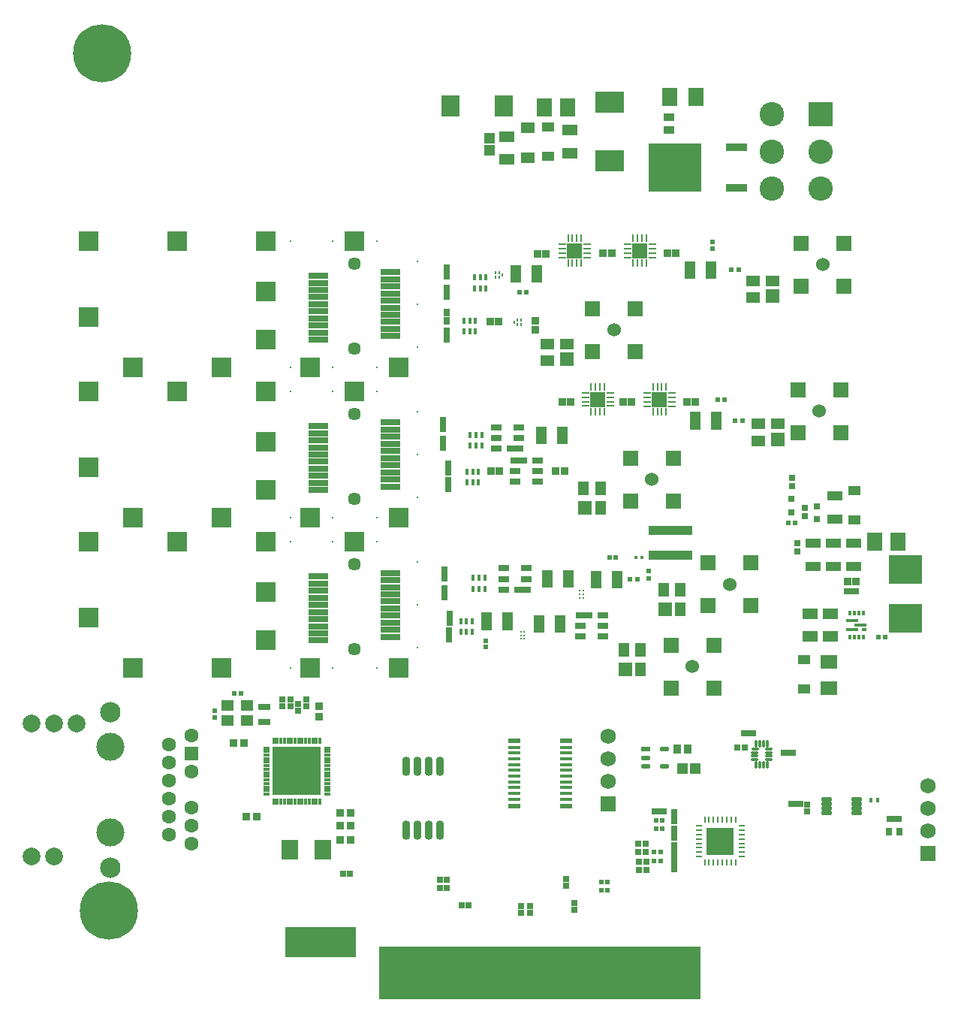
<source format=gts>
G04*
G04 #@! TF.GenerationSoftware,Altium Limited,Altium Designer,24.4.1 (13)*
G04*
G04 Layer_Color=8388736*
%FSLAX44Y44*%
%MOMM*%
G71*
G04*
G04 #@! TF.SameCoordinates,C8449213-8EB4-48FE-A7C1-A76CF94B410D*
G04*
G04*
G04 #@! TF.FilePolarity,Negative*
G04*
G01*
G75*
%ADD15R,1.9558X0.7112*%
%ADD16R,1.1684X0.6858*%
%ADD17R,0.3556X0.7112*%
%ADD22R,1.3500X0.6000*%
%ADD23R,1.3500X0.4000*%
%ADD27R,1.9062X1.5046*%
%ADD28R,1.7062X1.1046*%
%ADD29R,0.6725X0.7154*%
%ADD30R,0.5811X0.5121*%
%ADD31R,0.7000X0.7000*%
%ADD32R,1.7062X1.1546*%
%ADD33R,0.3500X0.6000*%
%ADD34R,1.4000X0.3500*%
%ADD35R,0.6000X0.3500*%
%ADD38R,1.3500X1.1000*%
%ADD39R,0.6725X0.7393*%
%ADD40R,0.8000X0.8000*%
%ADD41R,0.6725X0.6682*%
%ADD43R,1.7780X1.7780*%
%ADD44C,1.5240*%
%ADD45R,0.6153X0.5725*%
%ADD50R,0.2540X0.8128*%
%ADD51R,0.8128X0.2540*%
%ADD54R,0.5121X0.5811*%
%ADD56R,4.9000X1.1000*%
%ADD57R,0.5725X0.6153*%
%ADD58R,0.4541X0.3627*%
%ADD63R,1.9900X2.3300*%
%ADD66R,0.9051X0.9062*%
%ADD69R,1.4000X1.2000*%
%ADD70R,0.5200X0.5200*%
%ADD71R,0.5200X0.5200*%
%ADD72R,0.9062X0.9051*%
%ADD73R,1.8545X2.2860*%
%ADD75R,0.7500X0.9000*%
%ADD76R,0.4000X0.5000*%
%ADD77R,2.4892X0.9398*%
%ADD78R,5.9182X5.5118*%
%ADD80R,1.0383X0.5321*%
G04:AMPARAMS|DCode=81|XSize=1.0383mm|YSize=0.5321mm|CornerRadius=0.2661mm|HoleSize=0mm|Usage=FLASHONLY|Rotation=0.000|XOffset=0mm|YOffset=0mm|HoleType=Round|Shape=RoundedRectangle|*
%AMROUNDEDRECTD81*
21,1,1.0383,0.0000,0,0,0.0*
21,1,0.5061,0.5321,0,0,0.0*
1,1,0.5321,0.2531,0.0000*
1,1,0.5321,-0.2531,0.0000*
1,1,0.5321,-0.2531,0.0000*
1,1,0.5321,0.2531,0.0000*
%
%ADD81ROUNDEDRECTD81*%
G04:AMPARAMS|DCode=82|XSize=0.24mm|YSize=0.6mm|CornerRadius=0.0504mm|HoleSize=0mm|Usage=FLASHONLY|Rotation=0.000|XOffset=0mm|YOffset=0mm|HoleType=Round|Shape=RoundedRectangle|*
%AMROUNDEDRECTD82*
21,1,0.2400,0.4992,0,0,0.0*
21,1,0.1392,0.6000,0,0,0.0*
1,1,0.1008,0.0696,-0.2496*
1,1,0.1008,-0.0696,-0.2496*
1,1,0.1008,-0.0696,0.2496*
1,1,0.1008,0.0696,0.2496*
%
%ADD82ROUNDEDRECTD82*%
G04:AMPARAMS|DCode=83|XSize=0.6mm|YSize=0.24mm|CornerRadius=0.0504mm|HoleSize=0mm|Usage=FLASHONLY|Rotation=0.000|XOffset=0mm|YOffset=0mm|HoleType=Round|Shape=RoundedRectangle|*
%AMROUNDEDRECTD83*
21,1,0.6000,0.1392,0,0,0.0*
21,1,0.4992,0.2400,0,0,0.0*
1,1,0.1008,0.2496,-0.0696*
1,1,0.1008,-0.2496,-0.0696*
1,1,0.1008,-0.2496,0.0696*
1,1,0.1008,0.2496,0.0696*
%
%ADD83ROUNDEDRECTD83*%
%ADD84R,1.6000X1.2500*%
%ADD85R,3.3000X2.4000*%
%ADD92R,8.0000X3.4500*%
%ADD93R,36.2500X6.0376*%
%ADD94O,0.7032X0.4032*%
%ADD95R,5.4032X5.4032*%
%ADD96O,0.4032X0.7032*%
%ADD97R,2.2032X0.7032*%
%ADD98R,0.2500X0.2500*%
%ADD99R,0.2286X0.3048*%
%ADD100R,0.8032X0.8532*%
%ADD101R,0.8532X0.8032*%
%ADD102R,1.7032X2.0532*%
%ADD103R,0.9032X0.8532*%
%ADD104R,3.7032X3.2032*%
%ADD105R,1.6032X1.2032*%
%ADD106R,1.6032X1.6032*%
%ADD107R,1.2532X0.6532*%
%ADD108R,0.9632X0.9232*%
%ADD109R,1.2032X1.6032*%
%ADD110R,1.6032X1.6032*%
%ADD111R,0.9232X0.9632*%
G04:AMPARAMS|DCode=112|XSize=0.4032mm|YSize=0.8032mm|CornerRadius=0.1516mm|HoleSize=0mm|Usage=FLASHONLY|Rotation=0.000|XOffset=0mm|YOffset=0mm|HoleType=Round|Shape=RoundedRectangle|*
%AMROUNDEDRECTD112*
21,1,0.4032,0.5000,0,0,0.0*
21,1,0.1000,0.8032,0,0,0.0*
1,1,0.3032,0.0500,-0.2500*
1,1,0.3032,-0.0500,-0.2500*
1,1,0.3032,-0.0500,0.2500*
1,1,0.3032,0.0500,0.2500*
%
%ADD112ROUNDEDRECTD112*%
G04:AMPARAMS|DCode=113|XSize=0.4032mm|YSize=0.8032mm|CornerRadius=0.1516mm|HoleSize=0mm|Usage=FLASHONLY|Rotation=90.000|XOffset=0mm|YOffset=0mm|HoleType=Round|Shape=RoundedRectangle|*
%AMROUNDEDRECTD113*
21,1,0.4032,0.5000,0,0,90.0*
21,1,0.1000,0.8032,0,0,90.0*
1,1,0.3032,0.2500,0.0500*
1,1,0.3032,0.2500,-0.0500*
1,1,0.3032,-0.2500,-0.0500*
1,1,0.3032,-0.2500,0.0500*
%
%ADD113ROUNDEDRECTD113*%
G04:AMPARAMS|DCode=114|XSize=0.4032mm|YSize=0.9032mm|CornerRadius=0.1516mm|HoleSize=0mm|Usage=FLASHONLY|Rotation=90.000|XOffset=0mm|YOffset=0mm|HoleType=Round|Shape=RoundedRectangle|*
%AMROUNDEDRECTD114*
21,1,0.4032,0.6000,0,0,90.0*
21,1,0.1000,0.9032,0,0,90.0*
1,1,0.3032,0.3000,0.0500*
1,1,0.3032,0.3000,-0.0500*
1,1,0.3032,-0.3000,-0.0500*
1,1,0.3032,-0.3000,0.0500*
%
%ADD114ROUNDEDRECTD114*%
%ADD115R,0.7532X0.7532*%
%ADD116R,0.9144X4.3942*%
%ADD117O,0.9032X2.2032*%
%ADD118R,0.7532X0.7032*%
%ADD119R,0.7032X0.7532*%
G04:AMPARAMS|DCode=120|XSize=0.5032mm|YSize=1.2032mm|CornerRadius=0.1511mm|HoleSize=0mm|Usage=FLASHONLY|Rotation=90.000|XOffset=0mm|YOffset=0mm|HoleType=Round|Shape=RoundedRectangle|*
%AMROUNDEDRECTD120*
21,1,0.5032,0.9010,0,0,90.0*
21,1,0.2010,1.2032,0,0,90.0*
1,1,0.3022,0.4505,0.1005*
1,1,0.3022,0.4505,-0.1005*
1,1,0.3022,-0.4505,-0.1005*
1,1,0.3022,-0.4505,0.1005*
%
%ADD120ROUNDEDRECTD120*%
%ADD121R,0.7532X0.7532*%
G04:AMPARAMS|DCode=122|XSize=3.1mm|YSize=3.1mm|CornerRadius=0.0465mm|HoleSize=0mm|Usage=FLASHONLY|Rotation=0.000|XOffset=0mm|YOffset=0mm|HoleType=Round|Shape=RoundedRectangle|*
%AMROUNDEDRECTD122*
21,1,3.1000,3.0070,0,0,0.0*
21,1,3.0070,3.1000,0,0,0.0*
1,1,0.0930,1.5035,-1.5035*
1,1,0.0930,-1.5035,-1.5035*
1,1,0.0930,-1.5035,1.5035*
1,1,0.0930,1.5035,1.5035*
%
%ADD122ROUNDEDRECTD122*%
%ADD123R,1.6532X2.1032*%
%ADD124R,1.2032X0.9232*%
%ADD125R,1.3032X1.2532*%
%ADD126R,0.9532X1.0532*%
%ADD127R,1.2532X1.3032*%
%ADD128R,0.9144X3.4036*%
%ADD129R,1.7532X1.7532*%
%ADD130C,1.7532*%
%ADD131C,1.4532*%
%ADD132R,2.2032X2.2032*%
%ADD133C,0.2032*%
%ADD134C,3.1532*%
%ADD135C,2.0032*%
%ADD136C,2.3032*%
%ADD137C,1.6032*%
%ADD138C,6.5532*%
%ADD139R,2.7500X2.7500*%
%ADD140C,2.7500*%
D15*
X591049Y618344D02*
D03*
X668303Y430932D02*
D03*
X594762Y605374D02*
D03*
X599111Y459640D02*
D03*
D16*
X594986Y630344D02*
D03*
Y642344D02*
D03*
X569586D02*
D03*
Y630344D02*
D03*
Y618344D02*
D03*
X689766Y430932D02*
D03*
Y418932D02*
D03*
Y406932D02*
D03*
X664366D02*
D03*
Y418932D02*
D03*
X616225Y605374D02*
D03*
Y593374D02*
D03*
Y581374D02*
D03*
X590825D02*
D03*
Y593374D02*
D03*
X577648Y459640D02*
D03*
Y471640D02*
D03*
Y483640D02*
D03*
X603048D02*
D03*
Y471640D02*
D03*
D17*
X558039Y799017D02*
D03*
X551539D02*
D03*
X545039D02*
D03*
Y811463D02*
D03*
X551539D02*
D03*
X558039D02*
D03*
X553209Y621538D02*
D03*
X546709D02*
D03*
X540209D02*
D03*
Y633984D02*
D03*
X546709D02*
D03*
X553209D02*
D03*
X556375Y460547D02*
D03*
X549875D02*
D03*
X543375D02*
D03*
Y472993D02*
D03*
X549875D02*
D03*
X556375D02*
D03*
X542418Y411589D02*
D03*
X535919D02*
D03*
X529419D02*
D03*
Y424035D02*
D03*
X535919D02*
D03*
X542418D02*
D03*
X546191Y750406D02*
D03*
X539692D02*
D03*
X533192D02*
D03*
Y762852D02*
D03*
X539692D02*
D03*
X546191D02*
D03*
X549347Y580228D02*
D03*
X542847D02*
D03*
X536347D02*
D03*
Y592674D02*
D03*
X542847D02*
D03*
X549347D02*
D03*
D22*
X589984Y289412D02*
D03*
Y215912D02*
D03*
X648483D02*
D03*
Y289412D02*
D03*
D23*
X589984Y281912D02*
D03*
Y275412D02*
D03*
Y268912D02*
D03*
Y262412D02*
D03*
Y255912D02*
D03*
Y249412D02*
D03*
Y242912D02*
D03*
Y236412D02*
D03*
Y229912D02*
D03*
Y223412D02*
D03*
X648483D02*
D03*
Y229912D02*
D03*
Y236412D02*
D03*
Y242912D02*
D03*
Y249412D02*
D03*
Y255912D02*
D03*
Y262412D02*
D03*
Y268912D02*
D03*
Y275412D02*
D03*
Y281912D02*
D03*
D27*
X944883Y378141D02*
D03*
Y348125D02*
D03*
D28*
X951133Y538971D02*
D03*
Y564986D02*
D03*
X927212Y485755D02*
D03*
Y511770D02*
D03*
X972432Y485458D02*
D03*
Y511474D02*
D03*
X950038Y485458D02*
D03*
Y511474D02*
D03*
D29*
X917615Y552069D02*
D03*
Y542498D02*
D03*
D30*
X899080Y534574D02*
D03*
X906390D02*
D03*
X1007789Y405909D02*
D03*
X1000478D02*
D03*
X595906Y794337D02*
D03*
X603217D02*
D03*
X826592Y673966D02*
D03*
X819281D02*
D03*
X697078Y495466D02*
D03*
X704389D02*
D03*
X687814Y120458D02*
D03*
X695125D02*
D03*
X687814Y130342D02*
D03*
X695125D02*
D03*
X749437Y199715D02*
D03*
X756748D02*
D03*
X749437Y190009D02*
D03*
X756748D02*
D03*
X747477Y163615D02*
D03*
X754788D02*
D03*
X747477Y153513D02*
D03*
X754788D02*
D03*
D31*
X930832Y553074D02*
D03*
Y539074D02*
D03*
D32*
X923133Y406807D02*
D03*
Y432323D02*
D03*
X946133Y406696D02*
D03*
Y432212D02*
D03*
X581516Y944756D02*
D03*
Y970272D02*
D03*
X652189Y951720D02*
D03*
Y977236D02*
D03*
D33*
X968175Y405954D02*
D03*
X973175D02*
D03*
X978175D02*
D03*
X983175D02*
D03*
Y432954D02*
D03*
X978175D02*
D03*
X973175D02*
D03*
X968175D02*
D03*
D34*
X971175Y424454D02*
D03*
Y414454D02*
D03*
X980175Y419454D02*
D03*
D35*
X984175Y414454D02*
D03*
D38*
X917010Y380290D02*
D03*
Y347290D02*
D03*
X973175Y537882D02*
D03*
Y570883D02*
D03*
X627578Y947978D02*
D03*
Y980978D02*
D03*
D39*
X909283Y511981D02*
D03*
Y502649D02*
D03*
D40*
X901985Y546882D02*
D03*
Y561883D02*
D03*
D41*
X902735Y585852D02*
D03*
Y575809D02*
D03*
D43*
X957982Y636578D02*
D03*
X909722D02*
D03*
X957982Y684838D02*
D03*
X909722D02*
D03*
X683947Y673966D02*
D03*
X753623Y673773D02*
D03*
X731386Y841349D02*
D03*
X657910Y841249D02*
D03*
X769261Y559424D02*
D03*
X721001D02*
D03*
X769261Y607684D02*
D03*
X721001D02*
D03*
X814655Y348774D02*
D03*
X766395D02*
D03*
X814655Y397034D02*
D03*
X766395D02*
D03*
X856887Y441320D02*
D03*
X808627D02*
D03*
X856887Y489580D02*
D03*
X808627D02*
D03*
X961747Y801681D02*
D03*
X913487D02*
D03*
X961747Y849941D02*
D03*
X913487D02*
D03*
X726179Y728019D02*
D03*
X677919D02*
D03*
X726179Y776279D02*
D03*
X677919D02*
D03*
D44*
X933852Y660708D02*
D03*
X745131Y583554D02*
D03*
X790525Y372904D02*
D03*
X832757Y465449D02*
D03*
X937617Y825811D02*
D03*
X702049Y752149D02*
D03*
D45*
X838706Y649956D02*
D03*
X847278D02*
D03*
X834716Y819787D02*
D03*
X843287D02*
D03*
X729048Y470883D02*
D03*
X720476D02*
D03*
D50*
X691447Y659996D02*
D03*
X686447D02*
D03*
X681447D02*
D03*
X676447D02*
D03*
Y687936D02*
D03*
X681447D02*
D03*
X686447D02*
D03*
X691447D02*
D03*
X761123Y659803D02*
D03*
X756123D02*
D03*
X751123D02*
D03*
X746123D02*
D03*
Y687743D02*
D03*
X751123D02*
D03*
X756123D02*
D03*
X761123D02*
D03*
X738886Y827379D02*
D03*
X733886D02*
D03*
X728886D02*
D03*
X723886D02*
D03*
Y855319D02*
D03*
X728886D02*
D03*
X733886D02*
D03*
X738886D02*
D03*
X665410Y827279D02*
D03*
X660410D02*
D03*
X655410D02*
D03*
X650410D02*
D03*
Y855219D02*
D03*
X655410D02*
D03*
X660410D02*
D03*
X665410D02*
D03*
D51*
X669977Y666466D02*
D03*
Y671466D02*
D03*
Y676466D02*
D03*
Y681466D02*
D03*
X697916D02*
D03*
Y676466D02*
D03*
Y671466D02*
D03*
Y666466D02*
D03*
X739653Y666273D02*
D03*
Y671273D02*
D03*
Y676273D02*
D03*
Y681273D02*
D03*
X767593D02*
D03*
Y676273D02*
D03*
Y671273D02*
D03*
Y666273D02*
D03*
X717416Y833849D02*
D03*
Y838849D02*
D03*
Y843849D02*
D03*
Y848849D02*
D03*
X745356D02*
D03*
Y843849D02*
D03*
Y838849D02*
D03*
Y833849D02*
D03*
X643940Y833749D02*
D03*
Y838749D02*
D03*
Y843749D02*
D03*
Y848749D02*
D03*
X671880D02*
D03*
Y843749D02*
D03*
Y838749D02*
D03*
Y833749D02*
D03*
D54*
X812978Y851235D02*
D03*
Y843924D02*
D03*
X558016Y402225D02*
D03*
Y394915D02*
D03*
D56*
X766000Y526000D02*
D03*
Y498000D02*
D03*
D57*
X741140Y471956D02*
D03*
Y480527D02*
D03*
D58*
X727340Y495466D02*
D03*
X733426D02*
D03*
D63*
X578058Y1004366D02*
D03*
X517858D02*
D03*
D66*
X393392Y177787D02*
D03*
X405404D02*
D03*
X393392Y193160D02*
D03*
X405404D02*
D03*
X393392Y208180D02*
D03*
X405404D02*
D03*
X299683Y203649D02*
D03*
X287672D02*
D03*
X285017Y286631D02*
D03*
X273006D02*
D03*
D69*
X266499Y312185D02*
D03*
X288499D02*
D03*
Y329185D02*
D03*
X266499D02*
D03*
D70*
X252150Y323130D02*
D03*
Y315131D02*
D03*
D71*
X273611Y342512D02*
D03*
X281611D02*
D03*
D72*
X369347Y316327D02*
D03*
Y328338D02*
D03*
D73*
X374250Y166357D02*
D03*
X336405D02*
D03*
D75*
X1024000Y186850D02*
D03*
X1012000D02*
D03*
D76*
X991588Y222720D02*
D03*
X999588D02*
D03*
D77*
X840008Y912087D02*
D03*
Y957807D02*
D03*
D78*
X770793Y934947D02*
D03*
D80*
X738187Y279485D02*
D03*
D81*
Y269986D02*
D03*
Y260486D02*
D03*
X759511D02*
D03*
Y279485D02*
D03*
D82*
X804461Y200115D02*
D03*
X809461D02*
D03*
X814461D02*
D03*
X819461D02*
D03*
X824461D02*
D03*
X829461D02*
D03*
X834461D02*
D03*
X839461D02*
D03*
Y152115D02*
D03*
X834461D02*
D03*
X829461D02*
D03*
X824461D02*
D03*
X819461D02*
D03*
X814461D02*
D03*
X809461D02*
D03*
X804461D02*
D03*
D83*
X845960Y193615D02*
D03*
Y188615D02*
D03*
Y183615D02*
D03*
Y178615D02*
D03*
Y173615D02*
D03*
Y168615D02*
D03*
Y163615D02*
D03*
Y158616D02*
D03*
X797961D02*
D03*
Y163615D02*
D03*
Y168615D02*
D03*
Y173615D02*
D03*
Y178615D02*
D03*
Y183615D02*
D03*
Y188615D02*
D03*
Y193615D02*
D03*
D84*
X604822Y980478D02*
D03*
Y946478D02*
D03*
D85*
X696970Y942986D02*
D03*
Y1008986D02*
D03*
D92*
X371000Y62626D02*
D03*
D93*
X618750Y27688D02*
D03*
D94*
X378870Y281101D02*
D03*
Y277101D02*
D03*
Y229101D02*
D03*
Y233101D02*
D03*
Y237101D02*
D03*
Y241101D02*
D03*
Y245101D02*
D03*
Y249101D02*
D03*
Y253101D02*
D03*
Y257101D02*
D03*
Y261101D02*
D03*
Y265101D02*
D03*
Y269101D02*
D03*
Y273101D02*
D03*
X310370Y281101D02*
D03*
Y277101D02*
D03*
Y273101D02*
D03*
Y269101D02*
D03*
Y265101D02*
D03*
Y261101D02*
D03*
Y257101D02*
D03*
Y253101D02*
D03*
Y249101D02*
D03*
Y245101D02*
D03*
Y241101D02*
D03*
Y237101D02*
D03*
Y233101D02*
D03*
Y229101D02*
D03*
D95*
X344620Y255101D02*
D03*
D96*
X370620Y289351D02*
D03*
X366620D02*
D03*
X362620D02*
D03*
X358620D02*
D03*
X354620D02*
D03*
X350620D02*
D03*
X346620D02*
D03*
X342620D02*
D03*
X338620D02*
D03*
X334620D02*
D03*
X330620D02*
D03*
X326620D02*
D03*
X322620D02*
D03*
X318620D02*
D03*
Y220851D02*
D03*
X322620D02*
D03*
X326620D02*
D03*
X330620D02*
D03*
X334620D02*
D03*
X338620D02*
D03*
X342620D02*
D03*
X346620D02*
D03*
X350620D02*
D03*
X354620D02*
D03*
X358620D02*
D03*
X362620D02*
D03*
X366620D02*
D03*
X370620D02*
D03*
D97*
X368518Y571780D02*
D03*
Y579780D02*
D03*
Y587780D02*
D03*
Y595780D02*
D03*
Y603780D02*
D03*
Y611780D02*
D03*
Y619780D02*
D03*
Y627780D02*
D03*
Y635780D02*
D03*
Y643780D02*
D03*
X450518Y575780D02*
D03*
Y583780D02*
D03*
Y591780D02*
D03*
Y599780D02*
D03*
Y607780D02*
D03*
Y615780D02*
D03*
Y623780D02*
D03*
Y631780D02*
D03*
Y639780D02*
D03*
Y647780D02*
D03*
X368518Y741240D02*
D03*
Y749240D02*
D03*
Y757240D02*
D03*
Y765240D02*
D03*
Y773240D02*
D03*
Y781240D02*
D03*
Y789240D02*
D03*
Y797240D02*
D03*
Y805240D02*
D03*
Y813240D02*
D03*
X450518Y745240D02*
D03*
Y753240D02*
D03*
Y761240D02*
D03*
Y769240D02*
D03*
Y777240D02*
D03*
Y785240D02*
D03*
Y793240D02*
D03*
Y801240D02*
D03*
Y809240D02*
D03*
Y817240D02*
D03*
Y478320D02*
D03*
Y470320D02*
D03*
Y462320D02*
D03*
Y454320D02*
D03*
Y446320D02*
D03*
Y438320D02*
D03*
Y430320D02*
D03*
Y422320D02*
D03*
Y414320D02*
D03*
Y406320D02*
D03*
X368518Y474320D02*
D03*
Y466320D02*
D03*
Y458320D02*
D03*
Y450320D02*
D03*
Y442320D02*
D03*
Y434320D02*
D03*
Y426320D02*
D03*
Y418320D02*
D03*
Y410320D02*
D03*
Y402320D02*
D03*
D98*
X667555Y458320D02*
D03*
Y454320D02*
D03*
Y450320D02*
D03*
X663556D02*
D03*
Y454320D02*
D03*
Y458320D02*
D03*
X597111Y404033D02*
D03*
Y408033D02*
D03*
Y412033D02*
D03*
X601111D02*
D03*
Y408033D02*
D03*
Y404033D02*
D03*
D99*
X589409Y761160D02*
D03*
X593259Y758660D02*
D03*
Y763660D02*
D03*
X597109Y758660D02*
D03*
Y763660D02*
D03*
X576604Y814013D02*
D03*
X572754Y816513D02*
D03*
Y811513D02*
D03*
X568904Y816513D02*
D03*
Y811513D02*
D03*
D100*
X513795Y798990D02*
D03*
Y790490D02*
D03*
Y812990D02*
D03*
Y821490D02*
D03*
X509040Y628787D02*
D03*
Y620287D02*
D03*
Y641365D02*
D03*
Y649865D02*
D03*
X510836Y460304D02*
D03*
Y451804D02*
D03*
Y472766D02*
D03*
Y481266D02*
D03*
X513795Y762913D02*
D03*
Y771413D02*
D03*
X513442Y750729D02*
D03*
Y742229D02*
D03*
X516472Y404247D02*
D03*
Y412747D02*
D03*
X516636Y422988D02*
D03*
Y431488D02*
D03*
X515669Y581850D02*
D03*
Y573350D02*
D03*
X515464Y592302D02*
D03*
Y600802D02*
D03*
X770554Y145013D02*
D03*
Y153513D02*
D03*
Y170719D02*
D03*
Y162219D02*
D03*
X770493Y180565D02*
D03*
Y189065D02*
D03*
Y208262D02*
D03*
Y199762D02*
D03*
D101*
X902759Y218480D02*
D03*
X911260D02*
D03*
X965397Y458000D02*
D03*
X973897D02*
D03*
X858357Y297774D02*
D03*
X849857D02*
D03*
X894318Y276025D02*
D03*
X902818D02*
D03*
X1014205Y200762D02*
D03*
X1022706D02*
D03*
X757670Y209897D02*
D03*
X749170D02*
D03*
D102*
X995883Y513909D02*
D03*
X1022383D02*
D03*
X649773Y1002663D02*
D03*
X623273D02*
D03*
D103*
X975164Y468624D02*
D03*
X965664D02*
D03*
D104*
X1031134Y427409D02*
D03*
Y482409D02*
D03*
D105*
X864616Y627086D02*
D03*
Y646086D02*
D03*
X886616D02*
D03*
X881121Y807500D02*
D03*
X859121D02*
D03*
Y788500D02*
D03*
X649328Y736240D02*
D03*
X627328D02*
D03*
Y717240D02*
D03*
D106*
X886616Y629086D02*
D03*
X881121Y790500D02*
D03*
X649328Y719240D02*
D03*
D107*
X817686Y656456D02*
D03*
Y649956D02*
D03*
Y643456D02*
D03*
X793686D02*
D03*
Y649956D02*
D03*
Y656456D02*
D03*
X591123Y809036D02*
D03*
Y815536D02*
D03*
Y822037D02*
D03*
X615123D02*
D03*
Y815536D02*
D03*
Y809036D02*
D03*
X811821Y826286D02*
D03*
Y819787D02*
D03*
Y813287D02*
D03*
X787821D02*
D03*
Y819787D02*
D03*
Y826286D02*
D03*
X620391Y627047D02*
D03*
Y633547D02*
D03*
Y640047D02*
D03*
X644391D02*
D03*
Y633547D02*
D03*
Y627047D02*
D03*
X626679Y465140D02*
D03*
Y471640D02*
D03*
Y478140D02*
D03*
X650679D02*
D03*
Y471640D02*
D03*
Y465140D02*
D03*
X705983Y477541D02*
D03*
Y471041D02*
D03*
Y464541D02*
D03*
X681983D02*
D03*
Y471041D02*
D03*
Y477541D02*
D03*
X558459Y417249D02*
D03*
Y423750D02*
D03*
Y430249D02*
D03*
X582459D02*
D03*
Y423750D02*
D03*
Y417249D02*
D03*
X641600Y427149D02*
D03*
Y420649D02*
D03*
Y414149D02*
D03*
X617601D02*
D03*
Y420649D02*
D03*
Y427149D02*
D03*
D108*
X712514Y671169D02*
D03*
X722314D02*
D03*
X643711Y671466D02*
D03*
X653511D02*
D03*
X784223Y671169D02*
D03*
X794023D02*
D03*
X762428Y838942D02*
D03*
X772228D02*
D03*
X689867Y838888D02*
D03*
X699667D02*
D03*
X615745Y837649D02*
D03*
X625545D02*
D03*
X572341Y761359D02*
D03*
X562541D02*
D03*
X646515Y593044D02*
D03*
X636715D02*
D03*
X573037Y593374D02*
D03*
X563237D02*
D03*
D109*
X757993Y459251D02*
D03*
X776993D02*
D03*
Y437251D02*
D03*
X732124Y369267D02*
D03*
Y391267D02*
D03*
X713124D02*
D03*
X686809Y551830D02*
D03*
Y573830D02*
D03*
X667809D02*
D03*
D110*
X759993Y437251D02*
D03*
X715124Y369267D02*
D03*
X669809Y551830D02*
D03*
X225943Y274506D02*
D03*
D111*
X613761Y752749D02*
D03*
Y762549D02*
D03*
D112*
X862853Y286025D02*
D03*
X866853D02*
D03*
X870854D02*
D03*
X874854D02*
D03*
Y262025D02*
D03*
X870854D02*
D03*
X866853D02*
D03*
X862853D02*
D03*
D113*
X876853Y280025D02*
D03*
Y276025D02*
D03*
Y272025D02*
D03*
Y268025D02*
D03*
X860854D02*
D03*
Y272025D02*
D03*
Y276025D02*
D03*
D114*
X861354Y280025D02*
D03*
D115*
X841063Y281718D02*
D03*
X850063D02*
D03*
D116*
X451460Y35376D02*
D03*
X461460D02*
D03*
X471460D02*
D03*
X481460D02*
D03*
X491460D02*
D03*
X501460D02*
D03*
X511460D02*
D03*
X521460D02*
D03*
X531460D02*
D03*
X541460D02*
D03*
X551460D02*
D03*
X581460D02*
D03*
X591460D02*
D03*
X601460D02*
D03*
X611460D02*
D03*
X621460D02*
D03*
X631460D02*
D03*
X641460D02*
D03*
X651460D02*
D03*
X661459D02*
D03*
X671459D02*
D03*
X681459D02*
D03*
X691459D02*
D03*
X701459D02*
D03*
X711459D02*
D03*
X721459D02*
D03*
X731459D02*
D03*
X741459D02*
D03*
X751459D02*
D03*
X761459D02*
D03*
X781459D02*
D03*
D117*
X467802Y188088D02*
D03*
X480502D02*
D03*
X493202D02*
D03*
X505902D02*
D03*
X467802Y260588D02*
D03*
X480502D02*
D03*
X493202D02*
D03*
X505902D02*
D03*
D118*
X397129Y139232D02*
D03*
X404629D02*
D03*
X311620Y310479D02*
D03*
X304120D02*
D03*
X311620Y327185D02*
D03*
X304120D02*
D03*
X537905Y103586D02*
D03*
X530405D02*
D03*
X505905Y132412D02*
D03*
X513405D02*
D03*
Y123659D02*
D03*
X505905D02*
D03*
D119*
X355304Y328561D02*
D03*
Y336061D02*
D03*
X345913Y323435D02*
D03*
Y330935D02*
D03*
X328104Y328561D02*
D03*
Y336061D02*
D03*
X337243Y328561D02*
D03*
Y336060D02*
D03*
X920027Y217322D02*
D03*
Y209822D02*
D03*
X607568Y102573D02*
D03*
X597189D02*
D03*
Y95073D02*
D03*
X648172Y133662D02*
D03*
Y126162D02*
D03*
X657904Y106441D02*
D03*
Y98941D02*
D03*
X607568Y95073D02*
D03*
D120*
X975966Y208007D02*
D03*
Y213007D02*
D03*
Y218007D02*
D03*
Y223007D02*
D03*
X941966Y208007D02*
D03*
Y213007D02*
D03*
Y218007D02*
D03*
Y223007D02*
D03*
D121*
X729471Y163895D02*
D03*
Y172895D02*
D03*
X730344Y152646D02*
D03*
Y143645D02*
D03*
X738490Y143645D02*
D03*
Y152646D02*
D03*
X738199Y172837D02*
D03*
Y163837D02*
D03*
D122*
X821961Y176115D02*
D03*
D123*
X794446Y1014447D02*
D03*
X764946D02*
D03*
D124*
X764446Y991756D02*
D03*
Y977956D02*
D03*
D125*
X561802Y968593D02*
D03*
Y954593D02*
D03*
D126*
X773754Y279706D02*
D03*
X785254D02*
D03*
D127*
X779689Y257825D02*
D03*
X793689D02*
D03*
D128*
X771459Y40329D02*
D03*
D129*
X695331Y217850D02*
D03*
X1056000Y162200D02*
D03*
D130*
X695331Y243250D02*
D03*
Y268650D02*
D03*
Y294050D02*
D03*
X1056000Y238400D02*
D03*
Y213000D02*
D03*
Y187600D02*
D03*
D131*
X409518Y657780D02*
D03*
Y561780D02*
D03*
Y827240D02*
D03*
Y731240D02*
D03*
Y392320D02*
D03*
Y488320D02*
D03*
D132*
X459518Y709990D02*
D03*
X409518Y852490D02*
D03*
X359518Y709990D02*
D03*
X309518Y741690D02*
D03*
Y795690D02*
D03*
Y852490D02*
D03*
X259518Y709990D02*
D03*
X209518Y852490D02*
D03*
X109518D02*
D03*
Y766690D02*
D03*
X159518Y709990D02*
D03*
X459518Y540530D02*
D03*
X409518Y683030D02*
D03*
X359518Y540530D02*
D03*
X309518Y572230D02*
D03*
Y626230D02*
D03*
Y683030D02*
D03*
X259518Y540530D02*
D03*
X209518Y683030D02*
D03*
X109518D02*
D03*
Y597230D02*
D03*
X159518Y540530D02*
D03*
X459518Y371070D02*
D03*
X409518Y513570D02*
D03*
X359518Y371070D02*
D03*
X309518Y402770D02*
D03*
Y456770D02*
D03*
Y513570D02*
D03*
X259518Y371070D02*
D03*
X209518Y513570D02*
D03*
X109518D02*
D03*
Y427770D02*
D03*
X159518Y371070D02*
D03*
D133*
X480518Y733240D02*
D03*
Y781240D02*
D03*
Y829240D02*
D03*
X434518Y709940D02*
D03*
Y852540D02*
D03*
X384518D02*
D03*
Y709940D02*
D03*
X337518Y852540D02*
D03*
Y709940D02*
D03*
X480518Y563780D02*
D03*
Y611780D02*
D03*
Y659780D02*
D03*
X434518Y540480D02*
D03*
Y683080D02*
D03*
X384518D02*
D03*
Y540480D02*
D03*
X337518Y683080D02*
D03*
Y540480D02*
D03*
X480518Y394320D02*
D03*
Y442320D02*
D03*
Y490320D02*
D03*
X434518Y371020D02*
D03*
Y513620D02*
D03*
X384518D02*
D03*
Y371020D02*
D03*
X337518Y513620D02*
D03*
Y371020D02*
D03*
D134*
X134503Y282126D02*
D03*
Y185606D02*
D03*
D135*
X96403Y309050D02*
D03*
X45603D02*
D03*
X71003D02*
D03*
Y158682D02*
D03*
X45603D02*
D03*
D136*
X134503Y321750D02*
D03*
Y145982D02*
D03*
D137*
X225943Y172906D02*
D03*
X200543Y183066D02*
D03*
X225943Y193226D02*
D03*
Y213546D02*
D03*
Y294826D02*
D03*
X200543Y203386D02*
D03*
Y223706D02*
D03*
Y244026D02*
D03*
Y264346D02*
D03*
Y284666D02*
D03*
X225943Y254186D02*
D03*
D138*
X124890Y1064000D02*
D03*
X132353Y98000D02*
D03*
D139*
X935514Y995371D02*
D03*
D140*
Y953371D02*
D03*
Y911371D02*
D03*
X880514Y995371D02*
D03*
Y953371D02*
D03*
Y911371D02*
D03*
M02*

</source>
